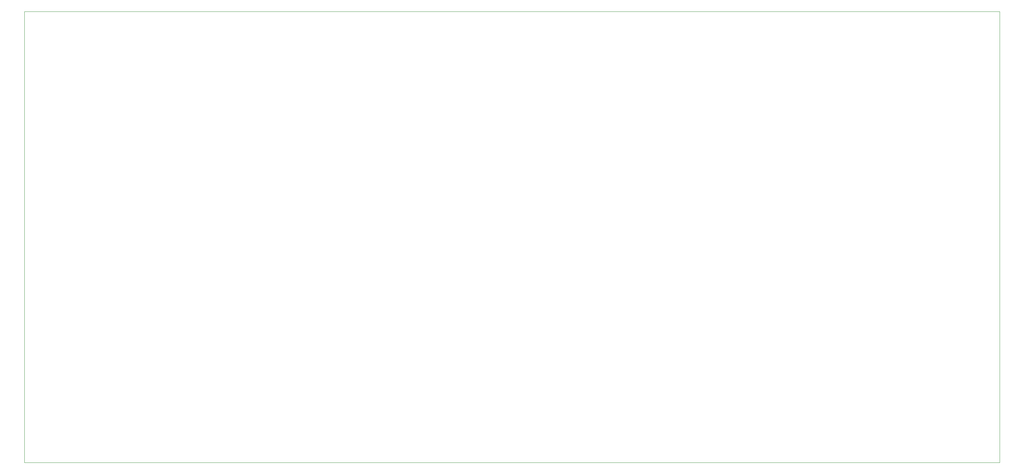
<source format=gm1>
G04 #@! TF.GenerationSoftware,KiCad,Pcbnew,5.1.10*
G04 #@! TF.CreationDate,2021-12-29T16:09:09+01:00*
G04 #@! TF.ProjectId,model_d,6d6f6465-6c5f-4642-9e6b-696361645f70,rev?*
G04 #@! TF.SameCoordinates,Original*
G04 #@! TF.FileFunction,Profile,NP*
%FSLAX46Y46*%
G04 Gerber Fmt 4.6, Leading zero omitted, Abs format (unit mm)*
G04 Created by KiCad (PCBNEW 5.1.10) date 2021-12-29 16:09:09*
%MOMM*%
%LPD*%
G01*
G04 APERTURE LIST*
G04 #@! TA.AperFunction,Profile*
%ADD10C,0.050000*%
G04 #@! TD*
G04 APERTURE END LIST*
D10*
X22500000Y-26000000D02*
X266500000Y-26000000D01*
X22500000Y-139000000D02*
X22500000Y-26000000D01*
X266500000Y-139000000D02*
X22500000Y-139000000D01*
X266500000Y-26000000D02*
X266500000Y-139000000D01*
M02*

</source>
